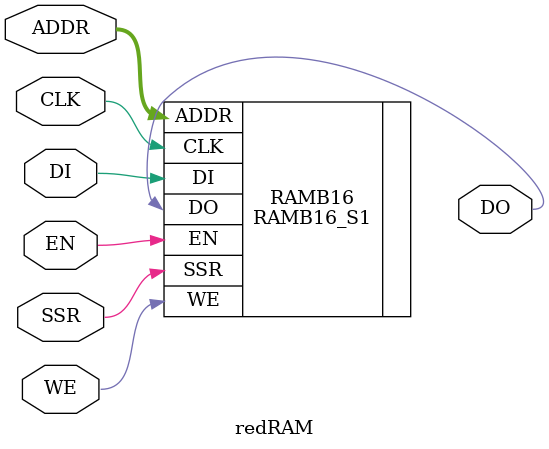
<source format=v>



`timescale 1ns / 1ps
module redRAM(
	input CLK,
	input SSR,//reset here
	input EN,
	input WE,
	input [13:0] ADDR,
	input DI,
	output DO
);


		
/*
 - 16Kx1 VRAM memory(single-port) 

 - I create 3 instances of that module, one for each color
 to make the 128x96MEM
*/ 

   RAMB16_S1 #(
      .INIT(1'b0),  // Value of output RAM registers at startup
      .SRVAL(1'b0), // Output value upon SSR assertion
      .WRITE_MODE("WRITE_FIRST"), // WRITE_FIRST, READ_FIRST or NO_CHANGE

      // The following INIT_xx declarations specify the initial contents of the RAM
      // Address 0 to 4095
		/*
*************************   1st shape   ****************************************
      */		       
      .INIT_00(256'hFFFFFFFFFFFFFFFFFFFFFFFFFFFFFFFFFFFFFFFFFFFFFFFFFFFFFFFFFFFFFFFF),//kokkino
      .INIT_01(256'hFFFFFFFFFFFFFFFFFFFFFFFFFFFFFFFFFFFFFFFFFFFFFFFFFFFFFFFFFFFFFFFF),//aspro
      .INIT_02(256'hFFFFFFFFFFFFFFFFFFFFFFFFFFFFFFFFFFFFFFFFFFFFFFFFFFFFFFFFFFFFFFFF),//kokkino
      .INIT_03(256'hFFFFFFFFFFFFFFFFFFFFFFFFFFFFFFFFFFFFFFFFFFFFFFFFFFFFFFFFFFFFFFFF),//aspro
      .INIT_04(256'hFFFFFFFFFFFFFFFFFFFFFFFFFFFFFFFFFFFFFFFFFFFFFFFFFFFFFFFFFFFFFFFF),//...
      .INIT_05(256'hFFFFFFFFFFFFFFFFFFFFFFFFFFFFFFFFFFFFFFFFFFFFFFFFFFFFFFFFFFFFFFFF),
      .INIT_06(256'hFFFFFFFFFFFFFFFFFFFFFFFFFFFFFFFFFFFFFFFFFFFFFFFFFFFFFFFFFFFFFFFF),
      .INIT_07(256'hFFFFFFFFFFFFFFFFFFFFFFFFFFFFFFFFFFFFFFFFFFFFFFFFFFFFFFFFFFFFFFFF),
      .INIT_08(256'hFFFFFFFFFFFFFFFFFFFFFFFFFFFFFFFFFFFFFFFFFFFFFFFFFFFFFFFFFFFFFFFF),
      .INIT_09(256'hFFFFFFFFFFFFFFFFFFFFFFFFFFFFFFFFFFFFFFFFFFFFFFFFFFFFFFFFFFFFFFFF),
      .INIT_0A(256'hFFFFFFFFFFFFFFFFFFFFFFFFFFFFFFFFFFFFFFFFFFFFFFFFFFFFFFFFFFFFFFFF),
		.INIT_0B(256'hFFFFFFFFFFFFFFFFFFFFFFFFFFFFFFFFFFFFFFFFFFFFFFFFFFFFFFFFFFFFFFFF),
      /*
*************************   2nd shape   ****************************************
      */		
      .INIT_0C(256'h00000000000000000000000000000000FFFFFFFFFFFFFFFFFFFFFFFFFFFFFFFF),
      .INIT_0D(256'h00000000000000000000000000000000FFFFFFFFFFFFFFFFFFFFFFFFFFFFFFFF),
      .INIT_0E(256'h00000000000000000000000000000000FFFFFFFFFFFFFFFFFFFFFFFFFFFFFFFF),//...
      .INIT_0F(256'h00000000000000000000000000000000FFFFFFFFFFFFFFFFFFFFFFFFFFFFFFFF),//aspro
                         // Address 4096 to 8191
      .INIT_10(256'h00000000000000000000000000000000FFFFFFFFFFFFFFFFFFFFFFFFFFFFFFFF),//prasino
      .INIT_11(256'h00000000000000000000000000000000FFFFFFFFFFFFFFFFFFFFFFFFFFFFFFFF),//aspro
      .INIT_12(256'h00000000000000000000000000000000FFFFFFFFFFFFFFFFFFFFFFFFFFFFFFFF),//prasino
      .INIT_13(256'h00000000000000000000000000000000FFFFFFFFFFFFFFFFFFFFFFFFFFFFFFFF),//aspro
      .INIT_14(256'h00000000000000000000000000000000FFFFFFFFFFFFFFFFFFFFFFFFFFFFFFFF),//...
      .INIT_15(256'h00000000000000000000000000000000FFFFFFFFFFFFFFFFFFFFFFFFFFFFFFFF),
      .INIT_16(256'h00000000000000000000000000000000FFFFFFFFFFFFFFFFFFFFFFFFFFFFFFFF),
      .INIT_17(256'h00000000000000000000000000000000FFFFFFFFFFFFFFFFFFFFFFFFFFFFFFFF),
      /*
*************************   3rd shape   *****************************************************		
		*/
		.INIT_18(256'h00000000000000000000000000000000FFFFFFFFFFFFFFFFFFFFFFFFFFFFFFFF),
      .INIT_19(256'h00000000000000000000000000000000FFFFFFFFFFFFFFFFFFFFFFFFFFFFFFFF),
      .INIT_1A(256'h00000000000000000000000000000000FFFFFFFFFFFFFFFFFFFFFFFFFFFFFFFF),
      .INIT_1B(256'h00000000000000000000000000000000FFFFFFFFFFFFFFFFFFFFFFFFFFFFFFFF),
      .INIT_1C(256'h00000000000000000000000000000000FFFFFFFFFFFFFFFFFFFFFFFFFFFFFFFF),
      .INIT_1D(256'h00000000000000000000000000000000FFFFFFFFFFFFFFFFFFFFFFFFFFFFFFFF),
      .INIT_1E(256'h00000000000000000000000000000000FFFFFFFFFFFFFFFFFFFFFFFFFFFFFFFF),
      .INIT_1F(256'h00000000000000000000000000000000FFFFFFFFFFFFFFFFFFFFFFFFFFFFFFFF),//ASPRO
      // Address 8192 to 12287
      .INIT_20(256'h00000000000000000000000000000000FFFFFFFFFFFFFFFFFFFFFFFFFFFFFFFF),//mple
      .INIT_21(256'h00000000000000000000000000000000FFFFFFFFFFFFFFFFFFFFFFFFFFFFFFFF),//aspro
      .INIT_22(256'h00000000000000000000000000000000FFFFFFFFFFFFFFFFFFFFFFFFFFFFFFFF),
      .INIT_23(256'h00000000000000000000000000000000FFFFFFFFFFFFFFFFFFFFFFFFFFFFFFFF),
      /*
*************************   4th shape   ****************************************************
      (prasino-mple-aspro-aspro-aspro-kokkino)*
		        0           F           F
		*/	                                   
		.INIT_24(256'h00000000000000000000000000000000_0FF0FF0FF0FF0FF0FF0FF0FF0FF0FF0F),
      .INIT_25(256'h0FF0FF0FF0FF0FF0FF0FF0FF0FF0FF0F_0FF0FF0FF0FF0FF0FF0FF0FF0FF0FF0F),
      .INIT_26(256'h0FF0FF0FF0FF0FF0FF0FF0FF0FF0FF0F_0FF0FF0FF0FF0FF0FF0FF0FF0FF0FF0F),
      .INIT_27(256'h0FF0FF0FF0FF0FF0FF0FF0FF0FF0FF0F_0FF0FF0FF0FF0FF0FF0FF0FF0FF0FF0F),
      .INIT_28(256'h0FF0FF0FF0FF0FF0FF0FF0FF0FF0FF0F_0FF0FF0FF0FF0FF0FF0FF0FF0FF0FF0F),
      .INIT_29(256'h0FF0FF0FF0FF0FF0FF0FF0FF0FF0FF0F_0FF0FF0FF0FF0FF0FF0FF0FF0FF0FF0F),
      .INIT_2A(256'h0FF0FF0FF0FF0FF0FF0FF0FF0FF0FF0F_0FF0FF0FF0FF0FF0FF0FF0FF0FF0FF0F),
      .INIT_2B(256'h0FF0FF0FF0FF0FF0FF0FF0FF0FF0FF0F_0FF0FF0FF0FF0FF0FF0FF0FF0FF0FF0F),
      .INIT_2C(256'h0FF0FF0FF0FF0FF0FF0FF0FF0FF0FF0F_0FF0FF0FF0FF0FF0FF0FF0FF0FF0FF0F),
      .INIT_2D(256'h0FF0FF0FF0FF0FF0FF0FF0FF0FF0FF0F_0FF0FF0FF0FF0FF0FF0FF0FF0FF0FF0F),
      .INIT_2E(256'h0FF0FF0FF0FF0FF0FF0FF0FF0FF0FF0F_0FF0FF0FF0FF0FF0FF0FF0FF0FF0FF0F),
      .INIT_2F(256'h0FF0FF0FF0FF0FF0FF0FF0FF0FF0FF0F_0FF0FF0FF0FF0FF0FF0FF0FF0FF0FF0F),
      // Address 12288 to 16383
      /*
************************  END OF MEMORY  ************************************
		(prasino-mple-aspro-aspro-aspro-kokkino)*
		 00FFFF00FFFF....0000_0000_1111_1111_1111_1111_0000_0000---0_FF
		*/
		                                               
      .INIT_30(256'h000000000000000000000000000000000FF0FF0FF0FF0FF0FF0FF0FF0FF0FF0F),//mia mavri grammi edw
      .INIT_31(256'hFF0FF0FF0FF0FF0FF0FF0FF0FF0FF0FF0FF0FF0FF0FF0FF0FF0FF0FF0FF0FF0F),
      .INIT_32(256'hFF0FF0FF0FF0FF0FF0FF0FF0FF0FF0FF0FF0FF0FF0FF0FF0FF0FF0FF0FF0FF0F),
      .INIT_33(256'hFF0FF0FF0FF0FF0FF0FF0FF0FF0FF0FF0FF0FF0FF0FF0FF0FF0FF0FF0FF0FF0F),
      .INIT_34(256'hFF0FF0FF0FF0FF0FF0FF0FF0FF0FF0FF0FF0FF0FF0FF0FF0FF0FF0FF0FF0FF0F),
      .INIT_35(256'hFF0FF0FF0FF0FF0FF0FF0FF0FF0FF0FF0FF0FF0FF0FF0FF0FF0FF0FF0FF0FF0F),
      .INIT_36(256'hFF0FF0FF0FF0FF0FF0FF0FF0FF0FF0FF0FF0FF0FF0FF0FF0FF0FF0FF0FF0FF0F),
      .INIT_37(256'hFF0FF0FF0FF0FF0FF0FF0FF0FF0FF0FF0FF0FF0FF0FF0FF0FF0FF0FF0FF0FF0F),
      .INIT_38(256'hFF0FF0FF0FF0FF0FF0FF0FF0FF0FF0FF0FF0FF0FF0FF0FF0FF0FF0FF0FF0FF0F),
      .INIT_39(256'hFF0FF0FF0FF0FF0FF0FF0FF0FF0FF0FF0FF0FF0FF0FF0FF0FF0FF0FF0FF0FF0F),
      .INIT_3A(256'hFF0FF0FF0FF0FF0FF0FF0FF0FF0FF0FF0FF0FF0FF0FF0FF0FF0FF0FF0FF0FF0F),
      .INIT_3B(256'hFF0FF0FF0FF0FF0FF0FF0FF0FF0FF0FF0FF0FF0FF0FF0FF0FF0FF0FF0FF0FF0F),
      .INIT_3C(256'hFF0FF0FF0FF0FF0FF0FF0FF0FF0FF0FF0FF0FF0FF0FF0FF0FF0FF0FF0FF0FF0F),
      .INIT_3D(256'hFF0FF0FF0FF0FF0FF0FF0FF0FF0FF0FF0FF0FF0FF0FF0FF0FF0FF0FF0FF0FF0F),
      .INIT_3E(256'hFF0FF0FF0FF0FF0FF0FF0FF0FF0FF0FF0FF0FF0FF0FF0FF0FF0FF0FF0FF0FF0F),
      .INIT_3F(256'hFF0FF0FF0FF0FF0FF0FF0FF0FF0FF0FF0FF0FF0FF0FF0FF0FF0FF0FF0FF0FF0F)
   ) RAMB16 (
      .DO(DO),      // 1-bit Data Output
      .ADDR(ADDR),  // 14-bit Address Input
      .CLK(CLK),    // Clock
      .DI(DI),      // 1-bit Data Input
      .EN(EN),      // RAM Enable Input
      .SSR(SSR),    // Synchronous Set/Reset Input
      .WE(WE)       // Write Enable Input   );
   );


endmodule

</source>
